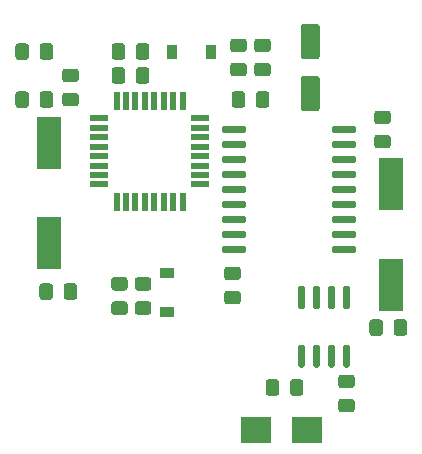
<source format=gbr>
%TF.GenerationSoftware,KiCad,Pcbnew,(5.1.6-0-10_14)*%
%TF.CreationDate,2021-01-24T21:36:40+01:00*%
%TF.ProjectId,CAN_Display,43414e5f-4469-4737-906c-61792e6b6963,rev?*%
%TF.SameCoordinates,Original*%
%TF.FileFunction,Paste,Top*%
%TF.FilePolarity,Positive*%
%FSLAX46Y46*%
G04 Gerber Fmt 4.6, Leading zero omitted, Abs format (unit mm)*
G04 Created by KiCad (PCBNEW (5.1.6-0-10_14)) date 2021-01-24 21:36:40*
%MOMM*%
%LPD*%
G01*
G04 APERTURE LIST*
%ADD10R,2.500000X2.300000*%
%ADD11R,1.200000X0.900000*%
%ADD12R,0.900000X1.200000*%
%ADD13R,0.550000X1.600000*%
%ADD14R,1.600000X0.550000*%
%ADD15R,2.000000X4.500000*%
G04 APERTURE END LIST*
D10*
%TO.C,D1*%
X168892000Y-108204000D03*
X164592000Y-108204000D03*
%TD*%
%TO.C,C9*%
G36*
G01*
X168614000Y-78256000D02*
X169714000Y-78256000D01*
G75*
G02*
X169964000Y-78506000I0J-250000D01*
G01*
X169964000Y-81006000D01*
G75*
G02*
X169714000Y-81256000I-250000J0D01*
G01*
X168614000Y-81256000D01*
G75*
G02*
X168364000Y-81006000I0J250000D01*
G01*
X168364000Y-78506000D01*
G75*
G02*
X168614000Y-78256000I250000J0D01*
G01*
G37*
G36*
G01*
X168614000Y-73856000D02*
X169714000Y-73856000D01*
G75*
G02*
X169964000Y-74106000I0J-250000D01*
G01*
X169964000Y-76606000D01*
G75*
G02*
X169714000Y-76856000I-250000J0D01*
G01*
X168614000Y-76856000D01*
G75*
G02*
X168364000Y-76606000I0J250000D01*
G01*
X168364000Y-74106000D01*
G75*
G02*
X168614000Y-73856000I250000J0D01*
G01*
G37*
%TD*%
%TO.C,R6*%
G36*
G01*
X162617999Y-77149000D02*
X163518001Y-77149000D01*
G75*
G02*
X163768000Y-77398999I0J-249999D01*
G01*
X163768000Y-78049001D01*
G75*
G02*
X163518001Y-78299000I-249999J0D01*
G01*
X162617999Y-78299000D01*
G75*
G02*
X162368000Y-78049001I0J249999D01*
G01*
X162368000Y-77398999D01*
G75*
G02*
X162617999Y-77149000I249999J0D01*
G01*
G37*
G36*
G01*
X162617999Y-75099000D02*
X163518001Y-75099000D01*
G75*
G02*
X163768000Y-75348999I0J-249999D01*
G01*
X163768000Y-75999001D01*
G75*
G02*
X163518001Y-76249000I-249999J0D01*
G01*
X162617999Y-76249000D01*
G75*
G02*
X162368000Y-75999001I0J249999D01*
G01*
X162368000Y-75348999D01*
G75*
G02*
X162617999Y-75099000I249999J0D01*
G01*
G37*
%TD*%
%TO.C,R5*%
G36*
G01*
X164649999Y-77149000D02*
X165550001Y-77149000D01*
G75*
G02*
X165800000Y-77398999I0J-249999D01*
G01*
X165800000Y-78049001D01*
G75*
G02*
X165550001Y-78299000I-249999J0D01*
G01*
X164649999Y-78299000D01*
G75*
G02*
X164400000Y-78049001I0J249999D01*
G01*
X164400000Y-77398999D01*
G75*
G02*
X164649999Y-77149000I249999J0D01*
G01*
G37*
G36*
G01*
X164649999Y-75099000D02*
X165550001Y-75099000D01*
G75*
G02*
X165800000Y-75348999I0J-249999D01*
G01*
X165800000Y-75999001D01*
G75*
G02*
X165550001Y-76249000I-249999J0D01*
G01*
X164649999Y-76249000D01*
G75*
G02*
X164400000Y-75999001I0J249999D01*
G01*
X164400000Y-75348999D01*
G75*
G02*
X164649999Y-75099000I249999J0D01*
G01*
G37*
%TD*%
%TO.C,R4*%
G36*
G01*
X154549999Y-97345000D02*
X155450001Y-97345000D01*
G75*
G02*
X155700000Y-97594999I0J-249999D01*
G01*
X155700000Y-98245001D01*
G75*
G02*
X155450001Y-98495000I-249999J0D01*
G01*
X154549999Y-98495000D01*
G75*
G02*
X154300000Y-98245001I0J249999D01*
G01*
X154300000Y-97594999D01*
G75*
G02*
X154549999Y-97345000I249999J0D01*
G01*
G37*
G36*
G01*
X154549999Y-95295000D02*
X155450001Y-95295000D01*
G75*
G02*
X155700000Y-95544999I0J-249999D01*
G01*
X155700000Y-96195001D01*
G75*
G02*
X155450001Y-96445000I-249999J0D01*
G01*
X154549999Y-96445000D01*
G75*
G02*
X154300000Y-96195001I0J249999D01*
G01*
X154300000Y-95544999D01*
G75*
G02*
X154549999Y-95295000I249999J0D01*
G01*
G37*
%TD*%
%TO.C,R2*%
G36*
G01*
X171761999Y-105597000D02*
X172662001Y-105597000D01*
G75*
G02*
X172912000Y-105846999I0J-249999D01*
G01*
X172912000Y-106497001D01*
G75*
G02*
X172662001Y-106747000I-249999J0D01*
G01*
X171761999Y-106747000D01*
G75*
G02*
X171512000Y-106497001I0J249999D01*
G01*
X171512000Y-105846999D01*
G75*
G02*
X171761999Y-105597000I249999J0D01*
G01*
G37*
G36*
G01*
X171761999Y-103547000D02*
X172662001Y-103547000D01*
G75*
G02*
X172912000Y-103796999I0J-249999D01*
G01*
X172912000Y-104447001D01*
G75*
G02*
X172662001Y-104697000I-249999J0D01*
G01*
X171761999Y-104697000D01*
G75*
G02*
X171512000Y-104447001I0J249999D01*
G01*
X171512000Y-103796999D01*
G75*
G02*
X171761999Y-103547000I249999J0D01*
G01*
G37*
%TD*%
%TO.C,R1*%
G36*
G01*
X154383000Y-76650001D02*
X154383000Y-75749999D01*
G75*
G02*
X154632999Y-75500000I249999J0D01*
G01*
X155283001Y-75500000D01*
G75*
G02*
X155533000Y-75749999I0J-249999D01*
G01*
X155533000Y-76650001D01*
G75*
G02*
X155283001Y-76900000I-249999J0D01*
G01*
X154632999Y-76900000D01*
G75*
G02*
X154383000Y-76650001I0J249999D01*
G01*
G37*
G36*
G01*
X152333000Y-76650001D02*
X152333000Y-75749999D01*
G75*
G02*
X152582999Y-75500000I249999J0D01*
G01*
X153233001Y-75500000D01*
G75*
G02*
X153483000Y-75749999I0J-249999D01*
G01*
X153483000Y-76650001D01*
G75*
G02*
X153233001Y-76900000I-249999J0D01*
G01*
X152582999Y-76900000D01*
G75*
G02*
X152333000Y-76650001I0J249999D01*
G01*
G37*
%TD*%
D11*
%TO.C,D4*%
X157000000Y-94920000D03*
X157000000Y-98220000D03*
%TD*%
D12*
%TO.C,D3*%
X157480000Y-76200000D03*
X160780000Y-76200000D03*
%TD*%
%TO.C,C14*%
G36*
G01*
X152549999Y-97345000D02*
X153450001Y-97345000D01*
G75*
G02*
X153700000Y-97594999I0J-249999D01*
G01*
X153700000Y-98245001D01*
G75*
G02*
X153450001Y-98495000I-249999J0D01*
G01*
X152549999Y-98495000D01*
G75*
G02*
X152300000Y-98245001I0J249999D01*
G01*
X152300000Y-97594999D01*
G75*
G02*
X152549999Y-97345000I249999J0D01*
G01*
G37*
G36*
G01*
X152549999Y-95295000D02*
X153450001Y-95295000D01*
G75*
G02*
X153700000Y-95544999I0J-249999D01*
G01*
X153700000Y-96195001D01*
G75*
G02*
X153450001Y-96445000I-249999J0D01*
G01*
X152549999Y-96445000D01*
G75*
G02*
X152300000Y-96195001I0J249999D01*
G01*
X152300000Y-95544999D01*
G75*
G02*
X152549999Y-95295000I249999J0D01*
G01*
G37*
%TD*%
%TO.C,C12*%
G36*
G01*
X154383000Y-78682001D02*
X154383000Y-77781999D01*
G75*
G02*
X154632999Y-77532000I249999J0D01*
G01*
X155283001Y-77532000D01*
G75*
G02*
X155533000Y-77781999I0J-249999D01*
G01*
X155533000Y-78682001D01*
G75*
G02*
X155283001Y-78932000I-249999J0D01*
G01*
X154632999Y-78932000D01*
G75*
G02*
X154383000Y-78682001I0J249999D01*
G01*
G37*
G36*
G01*
X152333000Y-78682001D02*
X152333000Y-77781999D01*
G75*
G02*
X152582999Y-77532000I249999J0D01*
G01*
X153233001Y-77532000D01*
G75*
G02*
X153483000Y-77781999I0J-249999D01*
G01*
X153483000Y-78682001D01*
G75*
G02*
X153233001Y-78932000I-249999J0D01*
G01*
X152582999Y-78932000D01*
G75*
G02*
X152333000Y-78682001I0J249999D01*
G01*
G37*
%TD*%
%TO.C,C11*%
G36*
G01*
X164543000Y-80714001D02*
X164543000Y-79813999D01*
G75*
G02*
X164792999Y-79564000I249999J0D01*
G01*
X165443001Y-79564000D01*
G75*
G02*
X165693000Y-79813999I0J-249999D01*
G01*
X165693000Y-80714001D01*
G75*
G02*
X165443001Y-80964000I-249999J0D01*
G01*
X164792999Y-80964000D01*
G75*
G02*
X164543000Y-80714001I0J249999D01*
G01*
G37*
G36*
G01*
X162493000Y-80714001D02*
X162493000Y-79813999D01*
G75*
G02*
X162742999Y-79564000I249999J0D01*
G01*
X163393001Y-79564000D01*
G75*
G02*
X163643000Y-79813999I0J-249999D01*
G01*
X163643000Y-80714001D01*
G75*
G02*
X163393001Y-80964000I-249999J0D01*
G01*
X162742999Y-80964000D01*
G75*
G02*
X162493000Y-80714001I0J249999D01*
G01*
G37*
%TD*%
%TO.C,C8*%
G36*
G01*
X167425000Y-105098001D02*
X167425000Y-104197999D01*
G75*
G02*
X167674999Y-103948000I249999J0D01*
G01*
X168325001Y-103948000D01*
G75*
G02*
X168575000Y-104197999I0J-249999D01*
G01*
X168575000Y-105098001D01*
G75*
G02*
X168325001Y-105348000I-249999J0D01*
G01*
X167674999Y-105348000D01*
G75*
G02*
X167425000Y-105098001I0J249999D01*
G01*
G37*
G36*
G01*
X165375000Y-105098001D02*
X165375000Y-104197999D01*
G75*
G02*
X165624999Y-103948000I249999J0D01*
G01*
X166275001Y-103948000D01*
G75*
G02*
X166525000Y-104197999I0J-249999D01*
G01*
X166525000Y-105098001D01*
G75*
G02*
X166275001Y-105348000I-249999J0D01*
G01*
X165624999Y-105348000D01*
G75*
G02*
X165375000Y-105098001I0J249999D01*
G01*
G37*
%TD*%
%TO.C,C7*%
G36*
G01*
X163010001Y-95553000D02*
X162109999Y-95553000D01*
G75*
G02*
X161860000Y-95303001I0J249999D01*
G01*
X161860000Y-94652999D01*
G75*
G02*
X162109999Y-94403000I249999J0D01*
G01*
X163010001Y-94403000D01*
G75*
G02*
X163260000Y-94652999I0J-249999D01*
G01*
X163260000Y-95303001D01*
G75*
G02*
X163010001Y-95553000I-249999J0D01*
G01*
G37*
G36*
G01*
X163010001Y-97603000D02*
X162109999Y-97603000D01*
G75*
G02*
X161860000Y-97353001I0J249999D01*
G01*
X161860000Y-96702999D01*
G75*
G02*
X162109999Y-96453000I249999J0D01*
G01*
X163010001Y-96453000D01*
G75*
G02*
X163260000Y-96702999I0J-249999D01*
G01*
X163260000Y-97353001D01*
G75*
G02*
X163010001Y-97603000I-249999J0D01*
G01*
G37*
%TD*%
%TO.C,C6*%
G36*
G01*
X149294001Y-78789000D02*
X148393999Y-78789000D01*
G75*
G02*
X148144000Y-78539001I0J249999D01*
G01*
X148144000Y-77888999D01*
G75*
G02*
X148393999Y-77639000I249999J0D01*
G01*
X149294001Y-77639000D01*
G75*
G02*
X149544000Y-77888999I0J-249999D01*
G01*
X149544000Y-78539001D01*
G75*
G02*
X149294001Y-78789000I-249999J0D01*
G01*
G37*
G36*
G01*
X149294001Y-80839000D02*
X148393999Y-80839000D01*
G75*
G02*
X148144000Y-80589001I0J249999D01*
G01*
X148144000Y-79938999D01*
G75*
G02*
X148393999Y-79689000I249999J0D01*
G01*
X149294001Y-79689000D01*
G75*
G02*
X149544000Y-79938999I0J-249999D01*
G01*
X149544000Y-80589001D01*
G75*
G02*
X149294001Y-80839000I-249999J0D01*
G01*
G37*
%TD*%
%TO.C,C5*%
G36*
G01*
X146237000Y-76650001D02*
X146237000Y-75749999D01*
G75*
G02*
X146486999Y-75500000I249999J0D01*
G01*
X147137001Y-75500000D01*
G75*
G02*
X147387000Y-75749999I0J-249999D01*
G01*
X147387000Y-76650001D01*
G75*
G02*
X147137001Y-76900000I-249999J0D01*
G01*
X146486999Y-76900000D01*
G75*
G02*
X146237000Y-76650001I0J249999D01*
G01*
G37*
G36*
G01*
X144187000Y-76650001D02*
X144187000Y-75749999D01*
G75*
G02*
X144436999Y-75500000I249999J0D01*
G01*
X145087001Y-75500000D01*
G75*
G02*
X145337000Y-75749999I0J-249999D01*
G01*
X145337000Y-76650001D01*
G75*
G02*
X145087001Y-76900000I-249999J0D01*
G01*
X144436999Y-76900000D01*
G75*
G02*
X144187000Y-76650001I0J249999D01*
G01*
G37*
%TD*%
%TO.C,C4*%
G36*
G01*
X176209000Y-100018001D02*
X176209000Y-99117999D01*
G75*
G02*
X176458999Y-98868000I249999J0D01*
G01*
X177109001Y-98868000D01*
G75*
G02*
X177359000Y-99117999I0J-249999D01*
G01*
X177359000Y-100018001D01*
G75*
G02*
X177109001Y-100268000I-249999J0D01*
G01*
X176458999Y-100268000D01*
G75*
G02*
X176209000Y-100018001I0J249999D01*
G01*
G37*
G36*
G01*
X174159000Y-100018001D02*
X174159000Y-99117999D01*
G75*
G02*
X174408999Y-98868000I249999J0D01*
G01*
X175059001Y-98868000D01*
G75*
G02*
X175309000Y-99117999I0J-249999D01*
G01*
X175309000Y-100018001D01*
G75*
G02*
X175059001Y-100268000I-249999J0D01*
G01*
X174408999Y-100268000D01*
G75*
G02*
X174159000Y-100018001I0J249999D01*
G01*
G37*
%TD*%
%TO.C,C3*%
G36*
G01*
X175710001Y-82345000D02*
X174809999Y-82345000D01*
G75*
G02*
X174560000Y-82095001I0J249999D01*
G01*
X174560000Y-81444999D01*
G75*
G02*
X174809999Y-81195000I249999J0D01*
G01*
X175710001Y-81195000D01*
G75*
G02*
X175960000Y-81444999I0J-249999D01*
G01*
X175960000Y-82095001D01*
G75*
G02*
X175710001Y-82345000I-249999J0D01*
G01*
G37*
G36*
G01*
X175710001Y-84395000D02*
X174809999Y-84395000D01*
G75*
G02*
X174560000Y-84145001I0J249999D01*
G01*
X174560000Y-83494999D01*
G75*
G02*
X174809999Y-83245000I249999J0D01*
G01*
X175710001Y-83245000D01*
G75*
G02*
X175960000Y-83494999I0J-249999D01*
G01*
X175960000Y-84145001D01*
G75*
G02*
X175710001Y-84395000I-249999J0D01*
G01*
G37*
%TD*%
%TO.C,C2*%
G36*
G01*
X147369000Y-96069999D02*
X147369000Y-96970001D01*
G75*
G02*
X147119001Y-97220000I-249999J0D01*
G01*
X146468999Y-97220000D01*
G75*
G02*
X146219000Y-96970001I0J249999D01*
G01*
X146219000Y-96069999D01*
G75*
G02*
X146468999Y-95820000I249999J0D01*
G01*
X147119001Y-95820000D01*
G75*
G02*
X147369000Y-96069999I0J-249999D01*
G01*
G37*
G36*
G01*
X149419000Y-96069999D02*
X149419000Y-96970001D01*
G75*
G02*
X149169001Y-97220000I-249999J0D01*
G01*
X148518999Y-97220000D01*
G75*
G02*
X148269000Y-96970001I0J249999D01*
G01*
X148269000Y-96069999D01*
G75*
G02*
X148518999Y-95820000I249999J0D01*
G01*
X149169001Y-95820000D01*
G75*
G02*
X149419000Y-96069999I0J-249999D01*
G01*
G37*
%TD*%
%TO.C,C1*%
G36*
G01*
X145337000Y-79813999D02*
X145337000Y-80714001D01*
G75*
G02*
X145087001Y-80964000I-249999J0D01*
G01*
X144436999Y-80964000D01*
G75*
G02*
X144187000Y-80714001I0J249999D01*
G01*
X144187000Y-79813999D01*
G75*
G02*
X144436999Y-79564000I249999J0D01*
G01*
X145087001Y-79564000D01*
G75*
G02*
X145337000Y-79813999I0J-249999D01*
G01*
G37*
G36*
G01*
X147387000Y-79813999D02*
X147387000Y-80714001D01*
G75*
G02*
X147137001Y-80964000I-249999J0D01*
G01*
X146486999Y-80964000D01*
G75*
G02*
X146237000Y-80714001I0J249999D01*
G01*
X146237000Y-79813999D01*
G75*
G02*
X146486999Y-79564000I249999J0D01*
G01*
X147137001Y-79564000D01*
G75*
G02*
X147387000Y-79813999I0J-249999D01*
G01*
G37*
%TD*%
%TO.C,U3*%
G36*
G01*
X172062000Y-101003000D02*
X172362000Y-101003000D01*
G75*
G02*
X172512000Y-101153000I0J-150000D01*
G01*
X172512000Y-102803000D01*
G75*
G02*
X172362000Y-102953000I-150000J0D01*
G01*
X172062000Y-102953000D01*
G75*
G02*
X171912000Y-102803000I0J150000D01*
G01*
X171912000Y-101153000D01*
G75*
G02*
X172062000Y-101003000I150000J0D01*
G01*
G37*
G36*
G01*
X170792000Y-101003000D02*
X171092000Y-101003000D01*
G75*
G02*
X171242000Y-101153000I0J-150000D01*
G01*
X171242000Y-102803000D01*
G75*
G02*
X171092000Y-102953000I-150000J0D01*
G01*
X170792000Y-102953000D01*
G75*
G02*
X170642000Y-102803000I0J150000D01*
G01*
X170642000Y-101153000D01*
G75*
G02*
X170792000Y-101003000I150000J0D01*
G01*
G37*
G36*
G01*
X169522000Y-101003000D02*
X169822000Y-101003000D01*
G75*
G02*
X169972000Y-101153000I0J-150000D01*
G01*
X169972000Y-102803000D01*
G75*
G02*
X169822000Y-102953000I-150000J0D01*
G01*
X169522000Y-102953000D01*
G75*
G02*
X169372000Y-102803000I0J150000D01*
G01*
X169372000Y-101153000D01*
G75*
G02*
X169522000Y-101003000I150000J0D01*
G01*
G37*
G36*
G01*
X168252000Y-101003000D02*
X168552000Y-101003000D01*
G75*
G02*
X168702000Y-101153000I0J-150000D01*
G01*
X168702000Y-102803000D01*
G75*
G02*
X168552000Y-102953000I-150000J0D01*
G01*
X168252000Y-102953000D01*
G75*
G02*
X168102000Y-102803000I0J150000D01*
G01*
X168102000Y-101153000D01*
G75*
G02*
X168252000Y-101003000I150000J0D01*
G01*
G37*
G36*
G01*
X168252000Y-96053000D02*
X168552000Y-96053000D01*
G75*
G02*
X168702000Y-96203000I0J-150000D01*
G01*
X168702000Y-97853000D01*
G75*
G02*
X168552000Y-98003000I-150000J0D01*
G01*
X168252000Y-98003000D01*
G75*
G02*
X168102000Y-97853000I0J150000D01*
G01*
X168102000Y-96203000D01*
G75*
G02*
X168252000Y-96053000I150000J0D01*
G01*
G37*
G36*
G01*
X169522000Y-96053000D02*
X169822000Y-96053000D01*
G75*
G02*
X169972000Y-96203000I0J-150000D01*
G01*
X169972000Y-97853000D01*
G75*
G02*
X169822000Y-98003000I-150000J0D01*
G01*
X169522000Y-98003000D01*
G75*
G02*
X169372000Y-97853000I0J150000D01*
G01*
X169372000Y-96203000D01*
G75*
G02*
X169522000Y-96053000I150000J0D01*
G01*
G37*
G36*
G01*
X170792000Y-96053000D02*
X171092000Y-96053000D01*
G75*
G02*
X171242000Y-96203000I0J-150000D01*
G01*
X171242000Y-97853000D01*
G75*
G02*
X171092000Y-98003000I-150000J0D01*
G01*
X170792000Y-98003000D01*
G75*
G02*
X170642000Y-97853000I0J150000D01*
G01*
X170642000Y-96203000D01*
G75*
G02*
X170792000Y-96053000I150000J0D01*
G01*
G37*
G36*
G01*
X172062000Y-96053000D02*
X172362000Y-96053000D01*
G75*
G02*
X172512000Y-96203000I0J-150000D01*
G01*
X172512000Y-97853000D01*
G75*
G02*
X172362000Y-98003000I-150000J0D01*
G01*
X172062000Y-98003000D01*
G75*
G02*
X171912000Y-97853000I0J150000D01*
G01*
X171912000Y-96203000D01*
G75*
G02*
X172062000Y-96053000I150000J0D01*
G01*
G37*
%TD*%
%TO.C,U2*%
G36*
G01*
X163725000Y-92814000D02*
X163725000Y-93114000D01*
G75*
G02*
X163575000Y-93264000I-150000J0D01*
G01*
X161825000Y-93264000D01*
G75*
G02*
X161675000Y-93114000I0J150000D01*
G01*
X161675000Y-92814000D01*
G75*
G02*
X161825000Y-92664000I150000J0D01*
G01*
X163575000Y-92664000D01*
G75*
G02*
X163725000Y-92814000I0J-150000D01*
G01*
G37*
G36*
G01*
X163725000Y-91544000D02*
X163725000Y-91844000D01*
G75*
G02*
X163575000Y-91994000I-150000J0D01*
G01*
X161825000Y-91994000D01*
G75*
G02*
X161675000Y-91844000I0J150000D01*
G01*
X161675000Y-91544000D01*
G75*
G02*
X161825000Y-91394000I150000J0D01*
G01*
X163575000Y-91394000D01*
G75*
G02*
X163725000Y-91544000I0J-150000D01*
G01*
G37*
G36*
G01*
X163725000Y-90274000D02*
X163725000Y-90574000D01*
G75*
G02*
X163575000Y-90724000I-150000J0D01*
G01*
X161825000Y-90724000D01*
G75*
G02*
X161675000Y-90574000I0J150000D01*
G01*
X161675000Y-90274000D01*
G75*
G02*
X161825000Y-90124000I150000J0D01*
G01*
X163575000Y-90124000D01*
G75*
G02*
X163725000Y-90274000I0J-150000D01*
G01*
G37*
G36*
G01*
X163725000Y-89004000D02*
X163725000Y-89304000D01*
G75*
G02*
X163575000Y-89454000I-150000J0D01*
G01*
X161825000Y-89454000D01*
G75*
G02*
X161675000Y-89304000I0J150000D01*
G01*
X161675000Y-89004000D01*
G75*
G02*
X161825000Y-88854000I150000J0D01*
G01*
X163575000Y-88854000D01*
G75*
G02*
X163725000Y-89004000I0J-150000D01*
G01*
G37*
G36*
G01*
X163725000Y-87734000D02*
X163725000Y-88034000D01*
G75*
G02*
X163575000Y-88184000I-150000J0D01*
G01*
X161825000Y-88184000D01*
G75*
G02*
X161675000Y-88034000I0J150000D01*
G01*
X161675000Y-87734000D01*
G75*
G02*
X161825000Y-87584000I150000J0D01*
G01*
X163575000Y-87584000D01*
G75*
G02*
X163725000Y-87734000I0J-150000D01*
G01*
G37*
G36*
G01*
X163725000Y-86464000D02*
X163725000Y-86764000D01*
G75*
G02*
X163575000Y-86914000I-150000J0D01*
G01*
X161825000Y-86914000D01*
G75*
G02*
X161675000Y-86764000I0J150000D01*
G01*
X161675000Y-86464000D01*
G75*
G02*
X161825000Y-86314000I150000J0D01*
G01*
X163575000Y-86314000D01*
G75*
G02*
X163725000Y-86464000I0J-150000D01*
G01*
G37*
G36*
G01*
X163725000Y-85194000D02*
X163725000Y-85494000D01*
G75*
G02*
X163575000Y-85644000I-150000J0D01*
G01*
X161825000Y-85644000D01*
G75*
G02*
X161675000Y-85494000I0J150000D01*
G01*
X161675000Y-85194000D01*
G75*
G02*
X161825000Y-85044000I150000J0D01*
G01*
X163575000Y-85044000D01*
G75*
G02*
X163725000Y-85194000I0J-150000D01*
G01*
G37*
G36*
G01*
X163725000Y-83924000D02*
X163725000Y-84224000D01*
G75*
G02*
X163575000Y-84374000I-150000J0D01*
G01*
X161825000Y-84374000D01*
G75*
G02*
X161675000Y-84224000I0J150000D01*
G01*
X161675000Y-83924000D01*
G75*
G02*
X161825000Y-83774000I150000J0D01*
G01*
X163575000Y-83774000D01*
G75*
G02*
X163725000Y-83924000I0J-150000D01*
G01*
G37*
G36*
G01*
X163725000Y-82654000D02*
X163725000Y-82954000D01*
G75*
G02*
X163575000Y-83104000I-150000J0D01*
G01*
X161825000Y-83104000D01*
G75*
G02*
X161675000Y-82954000I0J150000D01*
G01*
X161675000Y-82654000D01*
G75*
G02*
X161825000Y-82504000I150000J0D01*
G01*
X163575000Y-82504000D01*
G75*
G02*
X163725000Y-82654000I0J-150000D01*
G01*
G37*
G36*
G01*
X173025000Y-82654000D02*
X173025000Y-82954000D01*
G75*
G02*
X172875000Y-83104000I-150000J0D01*
G01*
X171125000Y-83104000D01*
G75*
G02*
X170975000Y-82954000I0J150000D01*
G01*
X170975000Y-82654000D01*
G75*
G02*
X171125000Y-82504000I150000J0D01*
G01*
X172875000Y-82504000D01*
G75*
G02*
X173025000Y-82654000I0J-150000D01*
G01*
G37*
G36*
G01*
X173025000Y-83924000D02*
X173025000Y-84224000D01*
G75*
G02*
X172875000Y-84374000I-150000J0D01*
G01*
X171125000Y-84374000D01*
G75*
G02*
X170975000Y-84224000I0J150000D01*
G01*
X170975000Y-83924000D01*
G75*
G02*
X171125000Y-83774000I150000J0D01*
G01*
X172875000Y-83774000D01*
G75*
G02*
X173025000Y-83924000I0J-150000D01*
G01*
G37*
G36*
G01*
X173025000Y-85194000D02*
X173025000Y-85494000D01*
G75*
G02*
X172875000Y-85644000I-150000J0D01*
G01*
X171125000Y-85644000D01*
G75*
G02*
X170975000Y-85494000I0J150000D01*
G01*
X170975000Y-85194000D01*
G75*
G02*
X171125000Y-85044000I150000J0D01*
G01*
X172875000Y-85044000D01*
G75*
G02*
X173025000Y-85194000I0J-150000D01*
G01*
G37*
G36*
G01*
X173025000Y-86464000D02*
X173025000Y-86764000D01*
G75*
G02*
X172875000Y-86914000I-150000J0D01*
G01*
X171125000Y-86914000D01*
G75*
G02*
X170975000Y-86764000I0J150000D01*
G01*
X170975000Y-86464000D01*
G75*
G02*
X171125000Y-86314000I150000J0D01*
G01*
X172875000Y-86314000D01*
G75*
G02*
X173025000Y-86464000I0J-150000D01*
G01*
G37*
G36*
G01*
X173025000Y-87734000D02*
X173025000Y-88034000D01*
G75*
G02*
X172875000Y-88184000I-150000J0D01*
G01*
X171125000Y-88184000D01*
G75*
G02*
X170975000Y-88034000I0J150000D01*
G01*
X170975000Y-87734000D01*
G75*
G02*
X171125000Y-87584000I150000J0D01*
G01*
X172875000Y-87584000D01*
G75*
G02*
X173025000Y-87734000I0J-150000D01*
G01*
G37*
G36*
G01*
X173025000Y-89004000D02*
X173025000Y-89304000D01*
G75*
G02*
X172875000Y-89454000I-150000J0D01*
G01*
X171125000Y-89454000D01*
G75*
G02*
X170975000Y-89304000I0J150000D01*
G01*
X170975000Y-89004000D01*
G75*
G02*
X171125000Y-88854000I150000J0D01*
G01*
X172875000Y-88854000D01*
G75*
G02*
X173025000Y-89004000I0J-150000D01*
G01*
G37*
G36*
G01*
X173025000Y-90274000D02*
X173025000Y-90574000D01*
G75*
G02*
X172875000Y-90724000I-150000J0D01*
G01*
X171125000Y-90724000D01*
G75*
G02*
X170975000Y-90574000I0J150000D01*
G01*
X170975000Y-90274000D01*
G75*
G02*
X171125000Y-90124000I150000J0D01*
G01*
X172875000Y-90124000D01*
G75*
G02*
X173025000Y-90274000I0J-150000D01*
G01*
G37*
G36*
G01*
X173025000Y-91544000D02*
X173025000Y-91844000D01*
G75*
G02*
X172875000Y-91994000I-150000J0D01*
G01*
X171125000Y-91994000D01*
G75*
G02*
X170975000Y-91844000I0J150000D01*
G01*
X170975000Y-91544000D01*
G75*
G02*
X171125000Y-91394000I150000J0D01*
G01*
X172875000Y-91394000D01*
G75*
G02*
X173025000Y-91544000I0J-150000D01*
G01*
G37*
G36*
G01*
X173025000Y-92814000D02*
X173025000Y-93114000D01*
G75*
G02*
X172875000Y-93264000I-150000J0D01*
G01*
X171125000Y-93264000D01*
G75*
G02*
X170975000Y-93114000I0J150000D01*
G01*
X170975000Y-92814000D01*
G75*
G02*
X171125000Y-92664000I150000J0D01*
G01*
X172875000Y-92664000D01*
G75*
G02*
X173025000Y-92814000I0J-150000D01*
G01*
G37*
%TD*%
D13*
%TO.C,U1*%
X152756000Y-80400000D03*
X153556000Y-80400000D03*
X154356000Y-80400000D03*
X155156000Y-80400000D03*
X155956000Y-80400000D03*
X156756000Y-80400000D03*
X157556000Y-80400000D03*
X158356000Y-80400000D03*
D14*
X159806000Y-81850000D03*
X159806000Y-82650000D03*
X159806000Y-83450000D03*
X159806000Y-84250000D03*
X159806000Y-85050000D03*
X159806000Y-85850000D03*
X159806000Y-86650000D03*
X159806000Y-87450000D03*
D13*
X158356000Y-88900000D03*
X157556000Y-88900000D03*
X156756000Y-88900000D03*
X155956000Y-88900000D03*
X155156000Y-88900000D03*
X154356000Y-88900000D03*
X153556000Y-88900000D03*
X152756000Y-88900000D03*
D14*
X151306000Y-87450000D03*
X151306000Y-86650000D03*
X151306000Y-85850000D03*
X151306000Y-85050000D03*
X151306000Y-84250000D03*
X151306000Y-83450000D03*
X151306000Y-82650000D03*
X151306000Y-81850000D03*
%TD*%
D15*
%TO.C,Y1*%
X147000000Y-92420000D03*
X147000000Y-83920000D03*
%TD*%
%TO.C,Y2*%
X176000000Y-95920000D03*
X176000000Y-87420000D03*
%TD*%
M02*

</source>
